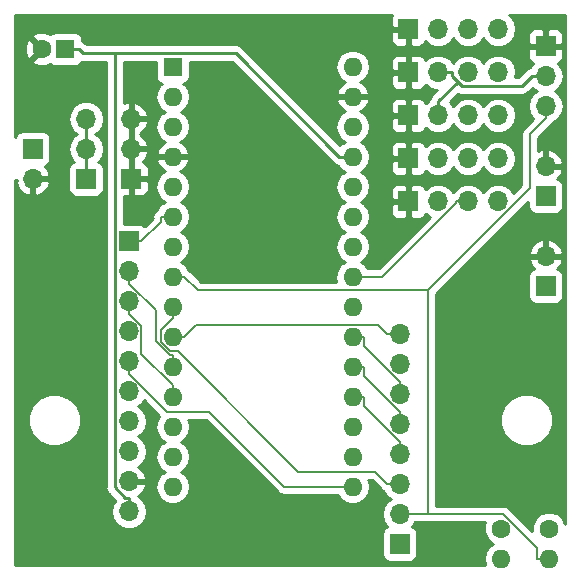
<source format=gbr>
%TF.GenerationSoftware,KiCad,Pcbnew,(5.0.1-3-g963ef8bb5)*%
%TF.CreationDate,2019-05-01T13:09:07-04:00*%
%TF.ProjectId,VHSBase,564853426173652E6B696361645F7063,rev?*%
%TF.SameCoordinates,Original*%
%TF.FileFunction,Copper,L2,Bot,Signal*%
%TF.FilePolarity,Positive*%
%FSLAX46Y46*%
G04 Gerber Fmt 4.6, Leading zero omitted, Abs format (unit mm)*
G04 Created by KiCad (PCBNEW (5.0.1-3-g963ef8bb5)) date Wednesday, May 01, 2019 at 01:09:07 pm*
%MOMM*%
%LPD*%
G01*
G04 APERTURE LIST*
%ADD10O,1.600000X1.600000*%
%ADD11R,1.600000X1.600000*%
%ADD12O,1.700000X1.700000*%
%ADD13R,1.700000X1.700000*%
%ADD14C,1.600000*%
%ADD15C,0.127000*%
%ADD16C,0.250000*%
%ADD17C,0.254000*%
G04 APERTURE END LIST*
D10*
X116215000Y-99255000D03*
X100975000Y-99255000D03*
X116215000Y-63695000D03*
X100975000Y-96715000D03*
X116215000Y-66235000D03*
X100975000Y-94175000D03*
X116215000Y-68775000D03*
X100975000Y-91635000D03*
X116215000Y-71315000D03*
X100975000Y-89095000D03*
X116215000Y-73855000D03*
X100975000Y-86555000D03*
X116215000Y-76395000D03*
X100975000Y-84015000D03*
X116215000Y-78935000D03*
X100975000Y-81475000D03*
X116215000Y-81475000D03*
X100975000Y-78935000D03*
X116215000Y-84015000D03*
X100975000Y-76395000D03*
X116215000Y-86555000D03*
X100975000Y-73855000D03*
X116215000Y-89095000D03*
X100975000Y-71315000D03*
X116215000Y-91635000D03*
X100975000Y-68775000D03*
X116215000Y-94175000D03*
X100975000Y-66235000D03*
X116215000Y-96715000D03*
D11*
X100975000Y-63695000D03*
D12*
X97282000Y-101346000D03*
X97282000Y-98806000D03*
X97282000Y-96266000D03*
X97282000Y-93726000D03*
X97282000Y-91186000D03*
X97282000Y-88646000D03*
X97282000Y-86106000D03*
X97282000Y-83566000D03*
X97282000Y-81026000D03*
D13*
X97282000Y-78486000D03*
D12*
X93646000Y-68116000D03*
X93646000Y-70656000D03*
D13*
X93646000Y-73196000D03*
D12*
X97456000Y-68116000D03*
X97456000Y-70656000D03*
D13*
X97456000Y-73196000D03*
D12*
X132558000Y-72104000D03*
D13*
X132558000Y-74644000D03*
X132558000Y-82264000D03*
D12*
X132558000Y-79724000D03*
D10*
X132844000Y-105348000D03*
D14*
X132844000Y-102808000D03*
X128780000Y-102808000D03*
D10*
X128780000Y-105348000D03*
D12*
X89136000Y-73178000D03*
D13*
X89136000Y-70638000D03*
D14*
X89886000Y-62198000D03*
D11*
X91886000Y-62198000D03*
D12*
X128541000Y-75105000D03*
X126001000Y-75105000D03*
X123461000Y-75105000D03*
D13*
X120921000Y-75105000D03*
D12*
X128541000Y-71455000D03*
X126001000Y-71455000D03*
X123461000Y-71455000D03*
D13*
X120921000Y-71455000D03*
X120921000Y-67805000D03*
D12*
X123461000Y-67805000D03*
X126001000Y-67805000D03*
X128541000Y-67805000D03*
X120200000Y-86320000D03*
X120200000Y-88860000D03*
X120200000Y-91400000D03*
X120200000Y-93940000D03*
X120200000Y-96480000D03*
X120200000Y-99020000D03*
X120200000Y-101560000D03*
D13*
X120200000Y-104100000D03*
D12*
X128541000Y-64155000D03*
X126001000Y-64155000D03*
X123461000Y-64155000D03*
D13*
X120921000Y-64155000D03*
X120921000Y-60505000D03*
D12*
X123461000Y-60505000D03*
X126001000Y-60505000D03*
X128541000Y-60505000D03*
X132558000Y-67024000D03*
X132558000Y-64484000D03*
D13*
X132558000Y-61944000D03*
D15*
X97282000Y-88646000D02*
X97282000Y-89686800D01*
X97282000Y-89686800D02*
X100500200Y-92905000D01*
X100500200Y-92905000D02*
X104087400Y-92905000D01*
X104087400Y-92905000D02*
X110437400Y-99255000D01*
X110437400Y-99255000D02*
X116215000Y-99255000D01*
D16*
X93646000Y-73196000D02*
X93646000Y-70656000D01*
X93646000Y-70656000D02*
X93646000Y-68116000D01*
D15*
X100975000Y-91635000D02*
X100975000Y-90644200D01*
X97282000Y-83566000D02*
X97282000Y-84606800D01*
X97282000Y-84606800D02*
X98322800Y-85647600D01*
X98322800Y-85647600D02*
X98322800Y-87992000D01*
X98322800Y-87992000D02*
X100975000Y-90644200D01*
D16*
X91886000Y-62198000D02*
X93011300Y-62198000D01*
X96062400Y-62554100D02*
X93367400Y-62554100D01*
X93367400Y-62554100D02*
X93011300Y-62198000D01*
X115089700Y-71315000D02*
X106328800Y-62554100D01*
X106328800Y-62554100D02*
X96062400Y-62554100D01*
X96062400Y-62554100D02*
X96062400Y-99318400D01*
X96062400Y-99318400D02*
X96914700Y-100170700D01*
X96914700Y-100170700D02*
X97282000Y-100170700D01*
X97282000Y-101346000D02*
X97282000Y-100170700D01*
X116215000Y-71315000D02*
X115089700Y-71315000D01*
X125102300Y-64988400D02*
X124636300Y-64522400D01*
X124636300Y-64522400D02*
X124636300Y-64155000D01*
X131382700Y-64484000D02*
X130536400Y-65330300D01*
X130536400Y-65330300D02*
X125444200Y-65330300D01*
X125444200Y-65330300D02*
X125102300Y-64988400D01*
X125102300Y-64988400D02*
X123461000Y-66629700D01*
X123461000Y-67805000D02*
X123461000Y-66629700D01*
X123461000Y-64155000D02*
X124636300Y-64155000D01*
X132558000Y-64484000D02*
X131382700Y-64484000D01*
D15*
X100975000Y-89095000D02*
X100975000Y-88104200D01*
X97282000Y-81026000D02*
X97282000Y-82066800D01*
X97282000Y-82066800D02*
X99533600Y-84318400D01*
X99533600Y-84318400D02*
X99533600Y-86893800D01*
X99533600Y-86893800D02*
X100744000Y-88104200D01*
X100744000Y-88104200D02*
X100975000Y-88104200D01*
X100975000Y-84015000D02*
X100975000Y-85005800D01*
X120200000Y-99020000D02*
X119159200Y-99020000D01*
X119159200Y-99020000D02*
X118118400Y-97979200D01*
X118118400Y-97979200D02*
X111586400Y-97979200D01*
X111586400Y-97979200D02*
X101395100Y-87787900D01*
X101395100Y-87787900D02*
X100796000Y-87787900D01*
X100796000Y-87787900D02*
X99983600Y-86975500D01*
X99983600Y-86975500D02*
X99983600Y-85997200D01*
X99983600Y-85997200D02*
X100975000Y-85005800D01*
X122582000Y-101560000D02*
X128983500Y-101560000D01*
X128983500Y-101560000D02*
X131853200Y-104429700D01*
X131853200Y-104429700D02*
X131853200Y-105348000D01*
X120200000Y-101560000D02*
X122582000Y-101560000D01*
X122582000Y-101560000D02*
X122582000Y-82609500D01*
X122582000Y-82609500D02*
X103100300Y-82609500D01*
X103100300Y-82609500D02*
X101965800Y-81475000D01*
X132558000Y-68064800D02*
X131208600Y-69414200D01*
X131208600Y-69414200D02*
X131208600Y-73982900D01*
X131208600Y-73982900D02*
X122582000Y-82609500D01*
X132844000Y-105348000D02*
X131853200Y-105348000D01*
X100975000Y-81475000D02*
X101965800Y-81475000D01*
X132558000Y-67024000D02*
X132558000Y-68064800D01*
X126001000Y-75105000D02*
X124960200Y-75105000D01*
X124960200Y-75105000D02*
X124960200Y-75235100D01*
X124960200Y-75235100D02*
X118720300Y-81475000D01*
X118720300Y-81475000D02*
X116215000Y-81475000D01*
X100975000Y-76395000D02*
X99984200Y-76395000D01*
X97282000Y-78486000D02*
X98322800Y-78486000D01*
X98322800Y-78486000D02*
X99984200Y-76824600D01*
X99984200Y-76824600D02*
X99984200Y-76395000D01*
X116215000Y-86555000D02*
X117205800Y-86555000D01*
X120200000Y-91400000D02*
X120200000Y-90359200D01*
X120200000Y-90359200D02*
X117205800Y-87365000D01*
X117205800Y-87365000D02*
X117205800Y-86555000D01*
X116215000Y-89095000D02*
X117205800Y-89095000D01*
X120200000Y-93940000D02*
X120200000Y-92899200D01*
X120200000Y-92899200D02*
X117205800Y-89905000D01*
X117205800Y-89905000D02*
X117205800Y-89095000D01*
X116215000Y-91635000D02*
X117205800Y-91635000D01*
X120200000Y-96480000D02*
X120200000Y-95439200D01*
X120200000Y-95439200D02*
X117205800Y-92445000D01*
X117205800Y-92445000D02*
X117205800Y-91635000D01*
X100975000Y-86555000D02*
X101965800Y-86555000D01*
X120200000Y-86320000D02*
X119159200Y-86320000D01*
X119159200Y-86320000D02*
X118382900Y-85543700D01*
X118382900Y-85543700D02*
X102977100Y-85543700D01*
X102977100Y-85543700D02*
X101965800Y-86555000D01*
D17*
G36*
X119436000Y-59528691D02*
X119436000Y-60219250D01*
X119594750Y-60378000D01*
X120794000Y-60378000D01*
X120794000Y-60358000D01*
X121048000Y-60358000D01*
X121048000Y-60378000D01*
X121068000Y-60378000D01*
X121068000Y-60632000D01*
X121048000Y-60632000D01*
X121048000Y-61831250D01*
X121206750Y-61990000D01*
X121897310Y-61990000D01*
X122130699Y-61893327D01*
X122309327Y-61714698D01*
X122375904Y-61553967D01*
X122390375Y-61575625D01*
X122881582Y-61903839D01*
X123314744Y-61990000D01*
X123607256Y-61990000D01*
X124040418Y-61903839D01*
X124531625Y-61575625D01*
X124731000Y-61277239D01*
X124930375Y-61575625D01*
X125421582Y-61903839D01*
X125854744Y-61990000D01*
X126147256Y-61990000D01*
X126580418Y-61903839D01*
X127071625Y-61575625D01*
X127271000Y-61277239D01*
X127470375Y-61575625D01*
X127961582Y-61903839D01*
X128394744Y-61990000D01*
X128687256Y-61990000D01*
X129120418Y-61903839D01*
X129611625Y-61575625D01*
X129939839Y-61084418D01*
X129963057Y-60967690D01*
X131073000Y-60967690D01*
X131073000Y-61658250D01*
X131231750Y-61817000D01*
X132431000Y-61817000D01*
X132431000Y-60617750D01*
X132685000Y-60617750D01*
X132685000Y-61817000D01*
X133884250Y-61817000D01*
X134043000Y-61658250D01*
X134043000Y-60967690D01*
X133946327Y-60734301D01*
X133767698Y-60555673D01*
X133534309Y-60459000D01*
X132843750Y-60459000D01*
X132685000Y-60617750D01*
X132431000Y-60617750D01*
X132272250Y-60459000D01*
X131581691Y-60459000D01*
X131348302Y-60555673D01*
X131169673Y-60734301D01*
X131073000Y-60967690D01*
X129963057Y-60967690D01*
X130055092Y-60505000D01*
X129939839Y-59925582D01*
X129611625Y-59434375D01*
X129425485Y-59310000D01*
X134240000Y-59310000D01*
X134240001Y-102428409D01*
X134060534Y-101995138D01*
X133656862Y-101591466D01*
X133129439Y-101373000D01*
X132558561Y-101373000D01*
X132031138Y-101591466D01*
X131627466Y-101995138D01*
X131409000Y-102522561D01*
X131409000Y-102997672D01*
X129526060Y-101114733D01*
X129487090Y-101056410D01*
X129256041Y-100902028D01*
X129052294Y-100861500D01*
X129052290Y-100861500D01*
X128983500Y-100847817D01*
X128914710Y-100861500D01*
X123280500Y-100861500D01*
X123280500Y-93155431D01*
X128715000Y-93155431D01*
X128715000Y-94044569D01*
X129055259Y-94866026D01*
X129683974Y-95494741D01*
X130505431Y-95835000D01*
X131394569Y-95835000D01*
X132216026Y-95494741D01*
X132844741Y-94866026D01*
X133185000Y-94044569D01*
X133185000Y-93155431D01*
X132844741Y-92333974D01*
X132216026Y-91705259D01*
X131394569Y-91365000D01*
X130505431Y-91365000D01*
X129683974Y-91705259D01*
X129055259Y-92333974D01*
X128715000Y-93155431D01*
X123280500Y-93155431D01*
X123280500Y-82898827D01*
X124765327Y-81414000D01*
X131060560Y-81414000D01*
X131060560Y-83114000D01*
X131109843Y-83361765D01*
X131250191Y-83571809D01*
X131460235Y-83712157D01*
X131708000Y-83761440D01*
X133408000Y-83761440D01*
X133655765Y-83712157D01*
X133865809Y-83571809D01*
X134006157Y-83361765D01*
X134055440Y-83114000D01*
X134055440Y-81414000D01*
X134006157Y-81166235D01*
X133865809Y-80956191D01*
X133655765Y-80815843D01*
X133552292Y-80795261D01*
X133829645Y-80490924D01*
X133999476Y-80080890D01*
X133878155Y-79851000D01*
X132685000Y-79851000D01*
X132685000Y-79871000D01*
X132431000Y-79871000D01*
X132431000Y-79851000D01*
X131237845Y-79851000D01*
X131116524Y-80080890D01*
X131286355Y-80490924D01*
X131563708Y-80795261D01*
X131460235Y-80815843D01*
X131250191Y-80956191D01*
X131109843Y-81166235D01*
X131060560Y-81414000D01*
X124765327Y-81414000D01*
X126812217Y-79367110D01*
X131116524Y-79367110D01*
X131237845Y-79597000D01*
X132431000Y-79597000D01*
X132431000Y-78403181D01*
X132685000Y-78403181D01*
X132685000Y-79597000D01*
X133878155Y-79597000D01*
X133999476Y-79367110D01*
X133829645Y-78957076D01*
X133439358Y-78528817D01*
X132914892Y-78282514D01*
X132685000Y-78403181D01*
X132431000Y-78403181D01*
X132201108Y-78282514D01*
X131676642Y-78528817D01*
X131286355Y-78957076D01*
X131116524Y-79367110D01*
X126812217Y-79367110D01*
X131060560Y-75118768D01*
X131060560Y-75494000D01*
X131109843Y-75741765D01*
X131250191Y-75951809D01*
X131460235Y-76092157D01*
X131708000Y-76141440D01*
X133408000Y-76141440D01*
X133655765Y-76092157D01*
X133865809Y-75951809D01*
X134006157Y-75741765D01*
X134055440Y-75494000D01*
X134055440Y-73794000D01*
X134006157Y-73546235D01*
X133865809Y-73336191D01*
X133655765Y-73195843D01*
X133552292Y-73175261D01*
X133829645Y-72870924D01*
X133999476Y-72460890D01*
X133878155Y-72231000D01*
X132685000Y-72231000D01*
X132685000Y-72251000D01*
X132431000Y-72251000D01*
X132431000Y-72231000D01*
X132411000Y-72231000D01*
X132411000Y-71977000D01*
X132431000Y-71977000D01*
X132431000Y-70783181D01*
X132685000Y-70783181D01*
X132685000Y-71977000D01*
X133878155Y-71977000D01*
X133999476Y-71747110D01*
X133829645Y-71337076D01*
X133439358Y-70908817D01*
X132914892Y-70662514D01*
X132685000Y-70783181D01*
X132431000Y-70783181D01*
X132201108Y-70662514D01*
X131907100Y-70800588D01*
X131907100Y-69703527D01*
X133003269Y-68607359D01*
X133061590Y-68568390D01*
X133176126Y-68396975D01*
X133628625Y-68094625D01*
X133956839Y-67603418D01*
X134072092Y-67024000D01*
X133956839Y-66444582D01*
X133628625Y-65953375D01*
X133330239Y-65754000D01*
X133628625Y-65554625D01*
X133956839Y-65063418D01*
X134072092Y-64484000D01*
X133956839Y-63904582D01*
X133628625Y-63413375D01*
X133606967Y-63398904D01*
X133767698Y-63332327D01*
X133946327Y-63153699D01*
X134043000Y-62920310D01*
X134043000Y-62229750D01*
X133884250Y-62071000D01*
X132685000Y-62071000D01*
X132685000Y-62091000D01*
X132431000Y-62091000D01*
X132431000Y-62071000D01*
X131231750Y-62071000D01*
X131073000Y-62229750D01*
X131073000Y-62920310D01*
X131169673Y-63153699D01*
X131348302Y-63332327D01*
X131509033Y-63398904D01*
X131487375Y-63413375D01*
X131275526Y-63730429D01*
X131086163Y-63768096D01*
X130834771Y-63936071D01*
X130792371Y-63999527D01*
X130221599Y-64570300D01*
X129972484Y-64570300D01*
X130055092Y-64155000D01*
X129939839Y-63575582D01*
X129611625Y-63084375D01*
X129120418Y-62756161D01*
X128687256Y-62670000D01*
X128394744Y-62670000D01*
X127961582Y-62756161D01*
X127470375Y-63084375D01*
X127271000Y-63382761D01*
X127071625Y-63084375D01*
X126580418Y-62756161D01*
X126147256Y-62670000D01*
X125854744Y-62670000D01*
X125421582Y-62756161D01*
X124930375Y-63084375D01*
X124731000Y-63382761D01*
X124531625Y-63084375D01*
X124040418Y-62756161D01*
X123607256Y-62670000D01*
X123314744Y-62670000D01*
X122881582Y-62756161D01*
X122390375Y-63084375D01*
X122375904Y-63106033D01*
X122309327Y-62945302D01*
X122130699Y-62766673D01*
X121897310Y-62670000D01*
X121206750Y-62670000D01*
X121048000Y-62828750D01*
X121048000Y-64028000D01*
X121068000Y-64028000D01*
X121068000Y-64282000D01*
X121048000Y-64282000D01*
X121048000Y-65481250D01*
X121206750Y-65640000D01*
X121897310Y-65640000D01*
X122130699Y-65543327D01*
X122309327Y-65364698D01*
X122375904Y-65203967D01*
X122390375Y-65225625D01*
X122881582Y-65553839D01*
X123314744Y-65640000D01*
X123375899Y-65640000D01*
X122976528Y-66039371D01*
X122913072Y-66081771D01*
X122870672Y-66145227D01*
X122870671Y-66145228D01*
X122745097Y-66333163D01*
X122707430Y-66522525D01*
X122390375Y-66734375D01*
X122375904Y-66756033D01*
X122309327Y-66595302D01*
X122130699Y-66416673D01*
X121897310Y-66320000D01*
X121206750Y-66320000D01*
X121048000Y-66478750D01*
X121048000Y-67678000D01*
X121068000Y-67678000D01*
X121068000Y-67932000D01*
X121048000Y-67932000D01*
X121048000Y-69131250D01*
X121206750Y-69290000D01*
X121897310Y-69290000D01*
X122130699Y-69193327D01*
X122309327Y-69014698D01*
X122375904Y-68853967D01*
X122390375Y-68875625D01*
X122881582Y-69203839D01*
X123314744Y-69290000D01*
X123607256Y-69290000D01*
X124040418Y-69203839D01*
X124531625Y-68875625D01*
X124731000Y-68577239D01*
X124930375Y-68875625D01*
X125421582Y-69203839D01*
X125854744Y-69290000D01*
X126147256Y-69290000D01*
X126580418Y-69203839D01*
X127071625Y-68875625D01*
X127271000Y-68577239D01*
X127470375Y-68875625D01*
X127961582Y-69203839D01*
X128394744Y-69290000D01*
X128687256Y-69290000D01*
X129120418Y-69203839D01*
X129611625Y-68875625D01*
X129939839Y-68384418D01*
X130055092Y-67805000D01*
X129939839Y-67225582D01*
X129611625Y-66734375D01*
X129120418Y-66406161D01*
X128687256Y-66320000D01*
X128394744Y-66320000D01*
X127961582Y-66406161D01*
X127470375Y-66734375D01*
X127271000Y-67032761D01*
X127071625Y-66734375D01*
X126580418Y-66406161D01*
X126147256Y-66320000D01*
X125854744Y-66320000D01*
X125421582Y-66406161D01*
X124930375Y-66734375D01*
X124731000Y-67032761D01*
X124531625Y-66734375D01*
X124471380Y-66694121D01*
X125130659Y-66034842D01*
X125147663Y-66046204D01*
X125369348Y-66090300D01*
X125369352Y-66090300D01*
X125444200Y-66105188D01*
X125519048Y-66090300D01*
X130461553Y-66090300D01*
X130536400Y-66105188D01*
X130611247Y-66090300D01*
X130611252Y-66090300D01*
X130832937Y-66046204D01*
X131084329Y-65878229D01*
X131126731Y-65814770D01*
X131447121Y-65494381D01*
X131487375Y-65554625D01*
X131785761Y-65754000D01*
X131487375Y-65953375D01*
X131159161Y-66444582D01*
X131043908Y-67024000D01*
X131159161Y-67603418D01*
X131487375Y-68094625D01*
X131519130Y-68115843D01*
X130763331Y-68871642D01*
X130705010Y-68910611D01*
X130550628Y-69141660D01*
X130510100Y-69345407D01*
X130510100Y-69345410D01*
X130496417Y-69414200D01*
X130510100Y-69482990D01*
X130510101Y-73693571D01*
X129834997Y-74368675D01*
X129611625Y-74034375D01*
X129120418Y-73706161D01*
X128687256Y-73620000D01*
X128394744Y-73620000D01*
X127961582Y-73706161D01*
X127470375Y-74034375D01*
X127271000Y-74332761D01*
X127071625Y-74034375D01*
X126580418Y-73706161D01*
X126147256Y-73620000D01*
X125854744Y-73620000D01*
X125421582Y-73706161D01*
X124930375Y-74034375D01*
X124731000Y-74332761D01*
X124531625Y-74034375D01*
X124040418Y-73706161D01*
X123607256Y-73620000D01*
X123314744Y-73620000D01*
X122881582Y-73706161D01*
X122390375Y-74034375D01*
X122375904Y-74056033D01*
X122309327Y-73895302D01*
X122130699Y-73716673D01*
X121897310Y-73620000D01*
X121206750Y-73620000D01*
X121048000Y-73778750D01*
X121048000Y-74978000D01*
X121068000Y-74978000D01*
X121068000Y-75232000D01*
X121048000Y-75232000D01*
X121048000Y-76431250D01*
X121206750Y-76590000D01*
X121897310Y-76590000D01*
X122130699Y-76493327D01*
X122309327Y-76314698D01*
X122375904Y-76153967D01*
X122390375Y-76175625D01*
X122774910Y-76432563D01*
X118430973Y-80776500D01*
X117474136Y-80776500D01*
X117249577Y-80440423D01*
X116897242Y-80205000D01*
X117249577Y-79969577D01*
X117566740Y-79494909D01*
X117678113Y-78935000D01*
X117566740Y-78375091D01*
X117249577Y-77900423D01*
X116897242Y-77665000D01*
X117249577Y-77429577D01*
X117566740Y-76954909D01*
X117678113Y-76395000D01*
X117566740Y-75835091D01*
X117269841Y-75390750D01*
X119436000Y-75390750D01*
X119436000Y-76081309D01*
X119532673Y-76314698D01*
X119711301Y-76493327D01*
X119944690Y-76590000D01*
X120635250Y-76590000D01*
X120794000Y-76431250D01*
X120794000Y-75232000D01*
X119594750Y-75232000D01*
X119436000Y-75390750D01*
X117269841Y-75390750D01*
X117249577Y-75360423D01*
X116897242Y-75125000D01*
X117249577Y-74889577D01*
X117566740Y-74414909D01*
X117623672Y-74128691D01*
X119436000Y-74128691D01*
X119436000Y-74819250D01*
X119594750Y-74978000D01*
X120794000Y-74978000D01*
X120794000Y-73778750D01*
X120635250Y-73620000D01*
X119944690Y-73620000D01*
X119711301Y-73716673D01*
X119532673Y-73895302D01*
X119436000Y-74128691D01*
X117623672Y-74128691D01*
X117678113Y-73855000D01*
X117566740Y-73295091D01*
X117249577Y-72820423D01*
X116897242Y-72585000D01*
X117249577Y-72349577D01*
X117566740Y-71874909D01*
X117593425Y-71740750D01*
X119436000Y-71740750D01*
X119436000Y-72431309D01*
X119532673Y-72664698D01*
X119711301Y-72843327D01*
X119944690Y-72940000D01*
X120635250Y-72940000D01*
X120794000Y-72781250D01*
X120794000Y-71582000D01*
X119594750Y-71582000D01*
X119436000Y-71740750D01*
X117593425Y-71740750D01*
X117678113Y-71315000D01*
X117566740Y-70755091D01*
X117382056Y-70478691D01*
X119436000Y-70478691D01*
X119436000Y-71169250D01*
X119594750Y-71328000D01*
X120794000Y-71328000D01*
X120794000Y-70128750D01*
X121048000Y-70128750D01*
X121048000Y-71328000D01*
X121068000Y-71328000D01*
X121068000Y-71582000D01*
X121048000Y-71582000D01*
X121048000Y-72781250D01*
X121206750Y-72940000D01*
X121897310Y-72940000D01*
X122130699Y-72843327D01*
X122309327Y-72664698D01*
X122375904Y-72503967D01*
X122390375Y-72525625D01*
X122881582Y-72853839D01*
X123314744Y-72940000D01*
X123607256Y-72940000D01*
X124040418Y-72853839D01*
X124531625Y-72525625D01*
X124731000Y-72227239D01*
X124930375Y-72525625D01*
X125421582Y-72853839D01*
X125854744Y-72940000D01*
X126147256Y-72940000D01*
X126580418Y-72853839D01*
X127071625Y-72525625D01*
X127271000Y-72227239D01*
X127470375Y-72525625D01*
X127961582Y-72853839D01*
X128394744Y-72940000D01*
X128687256Y-72940000D01*
X129120418Y-72853839D01*
X129611625Y-72525625D01*
X129939839Y-72034418D01*
X130055092Y-71455000D01*
X129939839Y-70875582D01*
X129611625Y-70384375D01*
X129120418Y-70056161D01*
X128687256Y-69970000D01*
X128394744Y-69970000D01*
X127961582Y-70056161D01*
X127470375Y-70384375D01*
X127271000Y-70682761D01*
X127071625Y-70384375D01*
X126580418Y-70056161D01*
X126147256Y-69970000D01*
X125854744Y-69970000D01*
X125421582Y-70056161D01*
X124930375Y-70384375D01*
X124731000Y-70682761D01*
X124531625Y-70384375D01*
X124040418Y-70056161D01*
X123607256Y-69970000D01*
X123314744Y-69970000D01*
X122881582Y-70056161D01*
X122390375Y-70384375D01*
X122375904Y-70406033D01*
X122309327Y-70245302D01*
X122130699Y-70066673D01*
X121897310Y-69970000D01*
X121206750Y-69970000D01*
X121048000Y-70128750D01*
X120794000Y-70128750D01*
X120635250Y-69970000D01*
X119944690Y-69970000D01*
X119711301Y-70066673D01*
X119532673Y-70245302D01*
X119436000Y-70478691D01*
X117382056Y-70478691D01*
X117249577Y-70280423D01*
X116897242Y-70045000D01*
X117249577Y-69809577D01*
X117566740Y-69334909D01*
X117678113Y-68775000D01*
X117566740Y-68215091D01*
X117483659Y-68090750D01*
X119436000Y-68090750D01*
X119436000Y-68781309D01*
X119532673Y-69014698D01*
X119711301Y-69193327D01*
X119944690Y-69290000D01*
X120635250Y-69290000D01*
X120794000Y-69131250D01*
X120794000Y-67932000D01*
X119594750Y-67932000D01*
X119436000Y-68090750D01*
X117483659Y-68090750D01*
X117249577Y-67740423D01*
X116865892Y-67484053D01*
X117070134Y-67387389D01*
X117446041Y-66972423D01*
X117505572Y-66828691D01*
X119436000Y-66828691D01*
X119436000Y-67519250D01*
X119594750Y-67678000D01*
X120794000Y-67678000D01*
X120794000Y-66478750D01*
X120635250Y-66320000D01*
X119944690Y-66320000D01*
X119711301Y-66416673D01*
X119532673Y-66595302D01*
X119436000Y-66828691D01*
X117505572Y-66828691D01*
X117606904Y-66584039D01*
X117484915Y-66362000D01*
X116342000Y-66362000D01*
X116342000Y-66382000D01*
X116088000Y-66382000D01*
X116088000Y-66362000D01*
X114945085Y-66362000D01*
X114823096Y-66584039D01*
X114983959Y-66972423D01*
X115359866Y-67387389D01*
X115564108Y-67484053D01*
X115180423Y-67740423D01*
X114863260Y-68215091D01*
X114751887Y-68775000D01*
X114863260Y-69334909D01*
X115180423Y-69809577D01*
X115532758Y-70045000D01*
X115180423Y-70280423D01*
X115160196Y-70310694D01*
X108544502Y-63695000D01*
X114751887Y-63695000D01*
X114863260Y-64254909D01*
X115180423Y-64729577D01*
X115564108Y-64985947D01*
X115359866Y-65082611D01*
X114983959Y-65497577D01*
X114823096Y-65885961D01*
X114945085Y-66108000D01*
X116088000Y-66108000D01*
X116088000Y-66088000D01*
X116342000Y-66088000D01*
X116342000Y-66108000D01*
X117484915Y-66108000D01*
X117606904Y-65885961D01*
X117446041Y-65497577D01*
X117070134Y-65082611D01*
X116865892Y-64985947D01*
X117249577Y-64729577D01*
X117442565Y-64440750D01*
X119436000Y-64440750D01*
X119436000Y-65131309D01*
X119532673Y-65364698D01*
X119711301Y-65543327D01*
X119944690Y-65640000D01*
X120635250Y-65640000D01*
X120794000Y-65481250D01*
X120794000Y-64282000D01*
X119594750Y-64282000D01*
X119436000Y-64440750D01*
X117442565Y-64440750D01*
X117566740Y-64254909D01*
X117678113Y-63695000D01*
X117575413Y-63178691D01*
X119436000Y-63178691D01*
X119436000Y-63869250D01*
X119594750Y-64028000D01*
X120794000Y-64028000D01*
X120794000Y-62828750D01*
X120635250Y-62670000D01*
X119944690Y-62670000D01*
X119711301Y-62766673D01*
X119532673Y-62945302D01*
X119436000Y-63178691D01*
X117575413Y-63178691D01*
X117566740Y-63135091D01*
X117249577Y-62660423D01*
X116774909Y-62343260D01*
X116356333Y-62260000D01*
X116073667Y-62260000D01*
X115655091Y-62343260D01*
X115180423Y-62660423D01*
X114863260Y-63135091D01*
X114751887Y-63695000D01*
X108544502Y-63695000D01*
X106919131Y-62069630D01*
X106876729Y-62006171D01*
X106625337Y-61838196D01*
X106403652Y-61794100D01*
X106403647Y-61794100D01*
X106328800Y-61779212D01*
X106253953Y-61794100D01*
X96137252Y-61794100D01*
X96062400Y-61779211D01*
X95987548Y-61794100D01*
X93682201Y-61794100D01*
X93601631Y-61713529D01*
X93559229Y-61650071D01*
X93333440Y-61499203D01*
X93333440Y-61398000D01*
X93284157Y-61150235D01*
X93143809Y-60940191D01*
X92933765Y-60799843D01*
X92888051Y-60790750D01*
X119436000Y-60790750D01*
X119436000Y-61481309D01*
X119532673Y-61714698D01*
X119711301Y-61893327D01*
X119944690Y-61990000D01*
X120635250Y-61990000D01*
X120794000Y-61831250D01*
X120794000Y-60632000D01*
X119594750Y-60632000D01*
X119436000Y-60790750D01*
X92888051Y-60790750D01*
X92686000Y-60750560D01*
X91086000Y-60750560D01*
X90838235Y-60799843D01*
X90628484Y-60939995D01*
X90102777Y-60751035D01*
X89532546Y-60778222D01*
X89131995Y-60944136D01*
X89057861Y-61190255D01*
X89886000Y-62018395D01*
X89900142Y-62004252D01*
X90079748Y-62183858D01*
X90065605Y-62198000D01*
X90079748Y-62212143D01*
X89900142Y-62391748D01*
X89886000Y-62377605D01*
X89057861Y-63205745D01*
X89131995Y-63451864D01*
X89669223Y-63644965D01*
X90239454Y-63617778D01*
X90629067Y-63456395D01*
X90838235Y-63596157D01*
X91086000Y-63645440D01*
X92686000Y-63645440D01*
X92933765Y-63596157D01*
X93143809Y-63455809D01*
X93244838Y-63304610D01*
X93292548Y-63314100D01*
X93292552Y-63314100D01*
X93367399Y-63328988D01*
X93442246Y-63314100D01*
X95302400Y-63314100D01*
X95302401Y-99243548D01*
X95287512Y-99318400D01*
X95346497Y-99614937D01*
X95468521Y-99797558D01*
X95514472Y-99866329D01*
X95577928Y-99908729D01*
X96104509Y-100435311D01*
X95883161Y-100766582D01*
X95767908Y-101346000D01*
X95883161Y-101925418D01*
X96211375Y-102416625D01*
X96702582Y-102744839D01*
X97135744Y-102831000D01*
X97428256Y-102831000D01*
X97861418Y-102744839D01*
X98352625Y-102416625D01*
X98680839Y-101925418D01*
X98796092Y-101346000D01*
X98680839Y-100766582D01*
X98352625Y-100275375D01*
X98035571Y-100063526D01*
X98035147Y-100061394D01*
X98163358Y-100001183D01*
X98553645Y-99572924D01*
X98723476Y-99162890D01*
X98602155Y-98933000D01*
X97409000Y-98933000D01*
X97409000Y-98953000D01*
X97155000Y-98953000D01*
X97155000Y-98933000D01*
X97135000Y-98933000D01*
X97135000Y-98679000D01*
X97155000Y-98679000D01*
X97155000Y-98659000D01*
X97409000Y-98659000D01*
X97409000Y-98679000D01*
X98602155Y-98679000D01*
X98723476Y-98449110D01*
X98553645Y-98039076D01*
X98163358Y-97610817D01*
X98033522Y-97549843D01*
X98352625Y-97336625D01*
X98680839Y-96845418D01*
X98796092Y-96266000D01*
X98680839Y-95686582D01*
X98352625Y-95195375D01*
X98054239Y-94996000D01*
X98352625Y-94796625D01*
X98680839Y-94305418D01*
X98796092Y-93726000D01*
X98680839Y-93146582D01*
X98352625Y-92655375D01*
X98054239Y-92456000D01*
X98352625Y-92256625D01*
X98557452Y-91950080D01*
X99863267Y-93255895D01*
X99623260Y-93615091D01*
X99511887Y-94175000D01*
X99623260Y-94734909D01*
X99940423Y-95209577D01*
X100292758Y-95445000D01*
X99940423Y-95680423D01*
X99623260Y-96155091D01*
X99511887Y-96715000D01*
X99623260Y-97274909D01*
X99940423Y-97749577D01*
X100292758Y-97985000D01*
X99940423Y-98220423D01*
X99623260Y-98695091D01*
X99511887Y-99255000D01*
X99623260Y-99814909D01*
X99940423Y-100289577D01*
X100415091Y-100606740D01*
X100833667Y-100690000D01*
X101116333Y-100690000D01*
X101534909Y-100606740D01*
X102009577Y-100289577D01*
X102326740Y-99814909D01*
X102438113Y-99255000D01*
X102326740Y-98695091D01*
X102009577Y-98220423D01*
X101657242Y-97985000D01*
X102009577Y-97749577D01*
X102326740Y-97274909D01*
X102438113Y-96715000D01*
X102326740Y-96155091D01*
X102009577Y-95680423D01*
X101657242Y-95445000D01*
X102009577Y-95209577D01*
X102326740Y-94734909D01*
X102438113Y-94175000D01*
X102326740Y-93615091D01*
X102318995Y-93603500D01*
X103798073Y-93603500D01*
X109894841Y-99700269D01*
X109933810Y-99758590D01*
X110164859Y-99912972D01*
X110368606Y-99953500D01*
X110368610Y-99953500D01*
X110437399Y-99967183D01*
X110506188Y-99953500D01*
X114955864Y-99953500D01*
X115180423Y-100289577D01*
X115655091Y-100606740D01*
X116073667Y-100690000D01*
X116356333Y-100690000D01*
X116774909Y-100606740D01*
X117249577Y-100289577D01*
X117566740Y-99814909D01*
X117678113Y-99255000D01*
X117566740Y-98695091D01*
X117555120Y-98677700D01*
X117829073Y-98677700D01*
X118616641Y-99465269D01*
X118655610Y-99523590D01*
X118827025Y-99638126D01*
X119129375Y-100090625D01*
X119427761Y-100290000D01*
X119129375Y-100489375D01*
X118801161Y-100980582D01*
X118685908Y-101560000D01*
X118801161Y-102139418D01*
X119129375Y-102630625D01*
X119147619Y-102642816D01*
X119102235Y-102651843D01*
X118892191Y-102792191D01*
X118751843Y-103002235D01*
X118702560Y-103250000D01*
X118702560Y-104950000D01*
X118751843Y-105197765D01*
X118892191Y-105407809D01*
X119102235Y-105548157D01*
X119350000Y-105597440D01*
X121050000Y-105597440D01*
X121297765Y-105548157D01*
X121507809Y-105407809D01*
X121648157Y-105197765D01*
X121697440Y-104950000D01*
X121697440Y-103250000D01*
X121648157Y-103002235D01*
X121507809Y-102792191D01*
X121297765Y-102651843D01*
X121252381Y-102642816D01*
X121270625Y-102630625D01*
X121519271Y-102258500D01*
X122513206Y-102258500D01*
X122582000Y-102272184D01*
X122650794Y-102258500D01*
X127454378Y-102258500D01*
X127345000Y-102522561D01*
X127345000Y-103093439D01*
X127563466Y-103620862D01*
X127967138Y-104024534D01*
X128097168Y-104078394D01*
X127745423Y-104313423D01*
X127428260Y-104788091D01*
X127316887Y-105348000D01*
X127424698Y-105890000D01*
X87660000Y-105890000D01*
X87660000Y-93155431D01*
X88715000Y-93155431D01*
X88715000Y-94044569D01*
X89055259Y-94866026D01*
X89683974Y-95494741D01*
X90505431Y-95835000D01*
X91394569Y-95835000D01*
X92216026Y-95494741D01*
X92844741Y-94866026D01*
X93185000Y-94044569D01*
X93185000Y-93155431D01*
X92844741Y-92333974D01*
X92216026Y-91705259D01*
X91394569Y-91365000D01*
X90505431Y-91365000D01*
X89683974Y-91705259D01*
X89055259Y-92333974D01*
X88715000Y-93155431D01*
X87660000Y-93155431D01*
X87660000Y-73305002D01*
X87815844Y-73305002D01*
X87694524Y-73534890D01*
X87864355Y-73944924D01*
X88254642Y-74373183D01*
X88779108Y-74619486D01*
X89009000Y-74498819D01*
X89009000Y-73305000D01*
X89263000Y-73305000D01*
X89263000Y-74498819D01*
X89492892Y-74619486D01*
X90017358Y-74373183D01*
X90407645Y-73944924D01*
X90577476Y-73534890D01*
X90456155Y-73305000D01*
X89263000Y-73305000D01*
X89009000Y-73305000D01*
X88989000Y-73305000D01*
X88989000Y-73051000D01*
X89009000Y-73051000D01*
X89009000Y-73031000D01*
X89263000Y-73031000D01*
X89263000Y-73051000D01*
X90456155Y-73051000D01*
X90577476Y-72821110D01*
X90407645Y-72411076D01*
X90130292Y-72106739D01*
X90233765Y-72086157D01*
X90443809Y-71945809D01*
X90584157Y-71735765D01*
X90633440Y-71488000D01*
X90633440Y-69788000D01*
X90584157Y-69540235D01*
X90443809Y-69330191D01*
X90233765Y-69189843D01*
X89986000Y-69140560D01*
X88286000Y-69140560D01*
X88038235Y-69189843D01*
X87828191Y-69330191D01*
X87687843Y-69540235D01*
X87660000Y-69680213D01*
X87660000Y-68116000D01*
X92131908Y-68116000D01*
X92247161Y-68695418D01*
X92575375Y-69186625D01*
X92873761Y-69386000D01*
X92575375Y-69585375D01*
X92247161Y-70076582D01*
X92131908Y-70656000D01*
X92247161Y-71235418D01*
X92575375Y-71726625D01*
X92593619Y-71738816D01*
X92548235Y-71747843D01*
X92338191Y-71888191D01*
X92197843Y-72098235D01*
X92148560Y-72346000D01*
X92148560Y-74046000D01*
X92197843Y-74293765D01*
X92338191Y-74503809D01*
X92548235Y-74644157D01*
X92796000Y-74693440D01*
X94496000Y-74693440D01*
X94743765Y-74644157D01*
X94953809Y-74503809D01*
X95094157Y-74293765D01*
X95143440Y-74046000D01*
X95143440Y-72346000D01*
X95094157Y-72098235D01*
X94953809Y-71888191D01*
X94743765Y-71747843D01*
X94698381Y-71738816D01*
X94716625Y-71726625D01*
X95044839Y-71235418D01*
X95160092Y-70656000D01*
X95044839Y-70076582D01*
X94716625Y-69585375D01*
X94418239Y-69386000D01*
X94716625Y-69186625D01*
X95044839Y-68695418D01*
X95160092Y-68116000D01*
X95044839Y-67536582D01*
X94716625Y-67045375D01*
X94225418Y-66717161D01*
X93792256Y-66631000D01*
X93499744Y-66631000D01*
X93066582Y-66717161D01*
X92575375Y-67045375D01*
X92247161Y-67536582D01*
X92131908Y-68116000D01*
X87660000Y-68116000D01*
X87660000Y-61981223D01*
X88439035Y-61981223D01*
X88466222Y-62551454D01*
X88632136Y-62952005D01*
X88878255Y-63026139D01*
X89706395Y-62198000D01*
X88878255Y-61369861D01*
X88632136Y-61443995D01*
X88439035Y-61981223D01*
X87660000Y-61981223D01*
X87660000Y-59310000D01*
X119526585Y-59310000D01*
X119436000Y-59528691D01*
X119436000Y-59528691D01*
G37*
X119436000Y-59528691D02*
X119436000Y-60219250D01*
X119594750Y-60378000D01*
X120794000Y-60378000D01*
X120794000Y-60358000D01*
X121048000Y-60358000D01*
X121048000Y-60378000D01*
X121068000Y-60378000D01*
X121068000Y-60632000D01*
X121048000Y-60632000D01*
X121048000Y-61831250D01*
X121206750Y-61990000D01*
X121897310Y-61990000D01*
X122130699Y-61893327D01*
X122309327Y-61714698D01*
X122375904Y-61553967D01*
X122390375Y-61575625D01*
X122881582Y-61903839D01*
X123314744Y-61990000D01*
X123607256Y-61990000D01*
X124040418Y-61903839D01*
X124531625Y-61575625D01*
X124731000Y-61277239D01*
X124930375Y-61575625D01*
X125421582Y-61903839D01*
X125854744Y-61990000D01*
X126147256Y-61990000D01*
X126580418Y-61903839D01*
X127071625Y-61575625D01*
X127271000Y-61277239D01*
X127470375Y-61575625D01*
X127961582Y-61903839D01*
X128394744Y-61990000D01*
X128687256Y-61990000D01*
X129120418Y-61903839D01*
X129611625Y-61575625D01*
X129939839Y-61084418D01*
X129963057Y-60967690D01*
X131073000Y-60967690D01*
X131073000Y-61658250D01*
X131231750Y-61817000D01*
X132431000Y-61817000D01*
X132431000Y-60617750D01*
X132685000Y-60617750D01*
X132685000Y-61817000D01*
X133884250Y-61817000D01*
X134043000Y-61658250D01*
X134043000Y-60967690D01*
X133946327Y-60734301D01*
X133767698Y-60555673D01*
X133534309Y-60459000D01*
X132843750Y-60459000D01*
X132685000Y-60617750D01*
X132431000Y-60617750D01*
X132272250Y-60459000D01*
X131581691Y-60459000D01*
X131348302Y-60555673D01*
X131169673Y-60734301D01*
X131073000Y-60967690D01*
X129963057Y-60967690D01*
X130055092Y-60505000D01*
X129939839Y-59925582D01*
X129611625Y-59434375D01*
X129425485Y-59310000D01*
X134240000Y-59310000D01*
X134240001Y-102428409D01*
X134060534Y-101995138D01*
X133656862Y-101591466D01*
X133129439Y-101373000D01*
X132558561Y-101373000D01*
X132031138Y-101591466D01*
X131627466Y-101995138D01*
X131409000Y-102522561D01*
X131409000Y-102997672D01*
X129526060Y-101114733D01*
X129487090Y-101056410D01*
X129256041Y-100902028D01*
X129052294Y-100861500D01*
X129052290Y-100861500D01*
X128983500Y-100847817D01*
X128914710Y-100861500D01*
X123280500Y-100861500D01*
X123280500Y-93155431D01*
X128715000Y-93155431D01*
X128715000Y-94044569D01*
X129055259Y-94866026D01*
X129683974Y-95494741D01*
X130505431Y-95835000D01*
X131394569Y-95835000D01*
X132216026Y-95494741D01*
X132844741Y-94866026D01*
X133185000Y-94044569D01*
X133185000Y-93155431D01*
X132844741Y-92333974D01*
X132216026Y-91705259D01*
X131394569Y-91365000D01*
X130505431Y-91365000D01*
X129683974Y-91705259D01*
X129055259Y-92333974D01*
X128715000Y-93155431D01*
X123280500Y-93155431D01*
X123280500Y-82898827D01*
X124765327Y-81414000D01*
X131060560Y-81414000D01*
X131060560Y-83114000D01*
X131109843Y-83361765D01*
X131250191Y-83571809D01*
X131460235Y-83712157D01*
X131708000Y-83761440D01*
X133408000Y-83761440D01*
X133655765Y-83712157D01*
X133865809Y-83571809D01*
X134006157Y-83361765D01*
X134055440Y-83114000D01*
X134055440Y-81414000D01*
X134006157Y-81166235D01*
X133865809Y-80956191D01*
X133655765Y-80815843D01*
X133552292Y-80795261D01*
X133829645Y-80490924D01*
X133999476Y-80080890D01*
X133878155Y-79851000D01*
X132685000Y-79851000D01*
X132685000Y-79871000D01*
X132431000Y-79871000D01*
X132431000Y-79851000D01*
X131237845Y-79851000D01*
X131116524Y-80080890D01*
X131286355Y-80490924D01*
X131563708Y-80795261D01*
X131460235Y-80815843D01*
X131250191Y-80956191D01*
X131109843Y-81166235D01*
X131060560Y-81414000D01*
X124765327Y-81414000D01*
X126812217Y-79367110D01*
X131116524Y-79367110D01*
X131237845Y-79597000D01*
X132431000Y-79597000D01*
X132431000Y-78403181D01*
X132685000Y-78403181D01*
X132685000Y-79597000D01*
X133878155Y-79597000D01*
X133999476Y-79367110D01*
X133829645Y-78957076D01*
X133439358Y-78528817D01*
X132914892Y-78282514D01*
X132685000Y-78403181D01*
X132431000Y-78403181D01*
X132201108Y-78282514D01*
X131676642Y-78528817D01*
X131286355Y-78957076D01*
X131116524Y-79367110D01*
X126812217Y-79367110D01*
X131060560Y-75118768D01*
X131060560Y-75494000D01*
X131109843Y-75741765D01*
X131250191Y-75951809D01*
X131460235Y-76092157D01*
X131708000Y-76141440D01*
X133408000Y-76141440D01*
X133655765Y-76092157D01*
X133865809Y-75951809D01*
X134006157Y-75741765D01*
X134055440Y-75494000D01*
X134055440Y-73794000D01*
X134006157Y-73546235D01*
X133865809Y-73336191D01*
X133655765Y-73195843D01*
X133552292Y-73175261D01*
X133829645Y-72870924D01*
X133999476Y-72460890D01*
X133878155Y-72231000D01*
X132685000Y-72231000D01*
X132685000Y-72251000D01*
X132431000Y-72251000D01*
X132431000Y-72231000D01*
X132411000Y-72231000D01*
X132411000Y-71977000D01*
X132431000Y-71977000D01*
X132431000Y-70783181D01*
X132685000Y-70783181D01*
X132685000Y-71977000D01*
X133878155Y-71977000D01*
X133999476Y-71747110D01*
X133829645Y-71337076D01*
X133439358Y-70908817D01*
X132914892Y-70662514D01*
X132685000Y-70783181D01*
X132431000Y-70783181D01*
X132201108Y-70662514D01*
X131907100Y-70800588D01*
X131907100Y-69703527D01*
X133003269Y-68607359D01*
X133061590Y-68568390D01*
X133176126Y-68396975D01*
X133628625Y-68094625D01*
X133956839Y-67603418D01*
X134072092Y-67024000D01*
X133956839Y-66444582D01*
X133628625Y-65953375D01*
X133330239Y-65754000D01*
X133628625Y-65554625D01*
X133956839Y-65063418D01*
X134072092Y-64484000D01*
X133956839Y-63904582D01*
X133628625Y-63413375D01*
X133606967Y-63398904D01*
X133767698Y-63332327D01*
X133946327Y-63153699D01*
X134043000Y-62920310D01*
X134043000Y-62229750D01*
X133884250Y-62071000D01*
X132685000Y-62071000D01*
X132685000Y-62091000D01*
X132431000Y-62091000D01*
X132431000Y-62071000D01*
X131231750Y-62071000D01*
X131073000Y-62229750D01*
X131073000Y-62920310D01*
X131169673Y-63153699D01*
X131348302Y-63332327D01*
X131509033Y-63398904D01*
X131487375Y-63413375D01*
X131275526Y-63730429D01*
X131086163Y-63768096D01*
X130834771Y-63936071D01*
X130792371Y-63999527D01*
X130221599Y-64570300D01*
X129972484Y-64570300D01*
X130055092Y-64155000D01*
X129939839Y-63575582D01*
X129611625Y-63084375D01*
X129120418Y-62756161D01*
X128687256Y-62670000D01*
X128394744Y-62670000D01*
X127961582Y-62756161D01*
X127470375Y-63084375D01*
X127271000Y-63382761D01*
X127071625Y-63084375D01*
X126580418Y-62756161D01*
X126147256Y-62670000D01*
X125854744Y-62670000D01*
X125421582Y-62756161D01*
X124930375Y-63084375D01*
X124731000Y-63382761D01*
X124531625Y-63084375D01*
X124040418Y-62756161D01*
X123607256Y-62670000D01*
X123314744Y-62670000D01*
X122881582Y-62756161D01*
X122390375Y-63084375D01*
X122375904Y-63106033D01*
X122309327Y-62945302D01*
X122130699Y-62766673D01*
X121897310Y-62670000D01*
X121206750Y-62670000D01*
X121048000Y-62828750D01*
X121048000Y-64028000D01*
X121068000Y-64028000D01*
X121068000Y-64282000D01*
X121048000Y-64282000D01*
X121048000Y-65481250D01*
X121206750Y-65640000D01*
X121897310Y-65640000D01*
X122130699Y-65543327D01*
X122309327Y-65364698D01*
X122375904Y-65203967D01*
X122390375Y-65225625D01*
X122881582Y-65553839D01*
X123314744Y-65640000D01*
X123375899Y-65640000D01*
X122976528Y-66039371D01*
X122913072Y-66081771D01*
X122870672Y-66145227D01*
X122870671Y-66145228D01*
X122745097Y-66333163D01*
X122707430Y-66522525D01*
X122390375Y-66734375D01*
X122375904Y-66756033D01*
X122309327Y-66595302D01*
X122130699Y-66416673D01*
X121897310Y-66320000D01*
X121206750Y-66320000D01*
X121048000Y-66478750D01*
X121048000Y-67678000D01*
X121068000Y-67678000D01*
X121068000Y-67932000D01*
X121048000Y-67932000D01*
X121048000Y-69131250D01*
X121206750Y-69290000D01*
X121897310Y-69290000D01*
X122130699Y-69193327D01*
X122309327Y-69014698D01*
X122375904Y-68853967D01*
X122390375Y-68875625D01*
X122881582Y-69203839D01*
X123314744Y-69290000D01*
X123607256Y-69290000D01*
X124040418Y-69203839D01*
X124531625Y-68875625D01*
X124731000Y-68577239D01*
X124930375Y-68875625D01*
X125421582Y-69203839D01*
X125854744Y-69290000D01*
X126147256Y-69290000D01*
X126580418Y-69203839D01*
X127071625Y-68875625D01*
X127271000Y-68577239D01*
X127470375Y-68875625D01*
X127961582Y-69203839D01*
X128394744Y-69290000D01*
X128687256Y-69290000D01*
X129120418Y-69203839D01*
X129611625Y-68875625D01*
X129939839Y-68384418D01*
X130055092Y-67805000D01*
X129939839Y-67225582D01*
X129611625Y-66734375D01*
X129120418Y-66406161D01*
X128687256Y-66320000D01*
X128394744Y-66320000D01*
X127961582Y-66406161D01*
X127470375Y-66734375D01*
X127271000Y-67032761D01*
X127071625Y-66734375D01*
X126580418Y-66406161D01*
X126147256Y-66320000D01*
X125854744Y-66320000D01*
X125421582Y-66406161D01*
X124930375Y-66734375D01*
X124731000Y-67032761D01*
X124531625Y-66734375D01*
X124471380Y-66694121D01*
X125130659Y-66034842D01*
X125147663Y-66046204D01*
X125369348Y-66090300D01*
X125369352Y-66090300D01*
X125444200Y-66105188D01*
X125519048Y-66090300D01*
X130461553Y-66090300D01*
X130536400Y-66105188D01*
X130611247Y-66090300D01*
X130611252Y-66090300D01*
X130832937Y-66046204D01*
X131084329Y-65878229D01*
X131126731Y-65814770D01*
X131447121Y-65494381D01*
X131487375Y-65554625D01*
X131785761Y-65754000D01*
X131487375Y-65953375D01*
X131159161Y-66444582D01*
X131043908Y-67024000D01*
X131159161Y-67603418D01*
X131487375Y-68094625D01*
X131519130Y-68115843D01*
X130763331Y-68871642D01*
X130705010Y-68910611D01*
X130550628Y-69141660D01*
X130510100Y-69345407D01*
X130510100Y-69345410D01*
X130496417Y-69414200D01*
X130510100Y-69482990D01*
X130510101Y-73693571D01*
X129834997Y-74368675D01*
X129611625Y-74034375D01*
X129120418Y-73706161D01*
X128687256Y-73620000D01*
X128394744Y-73620000D01*
X127961582Y-73706161D01*
X127470375Y-74034375D01*
X127271000Y-74332761D01*
X127071625Y-74034375D01*
X126580418Y-73706161D01*
X126147256Y-73620000D01*
X125854744Y-73620000D01*
X125421582Y-73706161D01*
X124930375Y-74034375D01*
X124731000Y-74332761D01*
X124531625Y-74034375D01*
X124040418Y-73706161D01*
X123607256Y-73620000D01*
X123314744Y-73620000D01*
X122881582Y-73706161D01*
X122390375Y-74034375D01*
X122375904Y-74056033D01*
X122309327Y-73895302D01*
X122130699Y-73716673D01*
X121897310Y-73620000D01*
X121206750Y-73620000D01*
X121048000Y-73778750D01*
X121048000Y-74978000D01*
X121068000Y-74978000D01*
X121068000Y-75232000D01*
X121048000Y-75232000D01*
X121048000Y-76431250D01*
X121206750Y-76590000D01*
X121897310Y-76590000D01*
X122130699Y-76493327D01*
X122309327Y-76314698D01*
X122375904Y-76153967D01*
X122390375Y-76175625D01*
X122774910Y-76432563D01*
X118430973Y-80776500D01*
X117474136Y-80776500D01*
X117249577Y-80440423D01*
X116897242Y-80205000D01*
X117249577Y-79969577D01*
X117566740Y-79494909D01*
X117678113Y-78935000D01*
X117566740Y-78375091D01*
X117249577Y-77900423D01*
X116897242Y-77665000D01*
X117249577Y-77429577D01*
X117566740Y-76954909D01*
X117678113Y-76395000D01*
X117566740Y-75835091D01*
X117269841Y-75390750D01*
X119436000Y-75390750D01*
X119436000Y-76081309D01*
X119532673Y-76314698D01*
X119711301Y-76493327D01*
X119944690Y-76590000D01*
X120635250Y-76590000D01*
X120794000Y-76431250D01*
X120794000Y-75232000D01*
X119594750Y-75232000D01*
X119436000Y-75390750D01*
X117269841Y-75390750D01*
X117249577Y-75360423D01*
X116897242Y-75125000D01*
X117249577Y-74889577D01*
X117566740Y-74414909D01*
X117623672Y-74128691D01*
X119436000Y-74128691D01*
X119436000Y-74819250D01*
X119594750Y-74978000D01*
X120794000Y-74978000D01*
X120794000Y-73778750D01*
X120635250Y-73620000D01*
X119944690Y-73620000D01*
X119711301Y-73716673D01*
X119532673Y-73895302D01*
X119436000Y-74128691D01*
X117623672Y-74128691D01*
X117678113Y-73855000D01*
X117566740Y-73295091D01*
X117249577Y-72820423D01*
X116897242Y-72585000D01*
X117249577Y-72349577D01*
X117566740Y-71874909D01*
X117593425Y-71740750D01*
X119436000Y-71740750D01*
X119436000Y-72431309D01*
X119532673Y-72664698D01*
X119711301Y-72843327D01*
X119944690Y-72940000D01*
X120635250Y-72940000D01*
X120794000Y-72781250D01*
X120794000Y-71582000D01*
X119594750Y-71582000D01*
X119436000Y-71740750D01*
X117593425Y-71740750D01*
X117678113Y-71315000D01*
X117566740Y-70755091D01*
X117382056Y-70478691D01*
X119436000Y-70478691D01*
X119436000Y-71169250D01*
X119594750Y-71328000D01*
X120794000Y-71328000D01*
X120794000Y-70128750D01*
X121048000Y-70128750D01*
X121048000Y-71328000D01*
X121068000Y-71328000D01*
X121068000Y-71582000D01*
X121048000Y-71582000D01*
X121048000Y-72781250D01*
X121206750Y-72940000D01*
X121897310Y-72940000D01*
X122130699Y-72843327D01*
X122309327Y-72664698D01*
X122375904Y-72503967D01*
X122390375Y-72525625D01*
X122881582Y-72853839D01*
X123314744Y-72940000D01*
X123607256Y-72940000D01*
X124040418Y-72853839D01*
X124531625Y-72525625D01*
X124731000Y-72227239D01*
X124930375Y-72525625D01*
X125421582Y-72853839D01*
X125854744Y-72940000D01*
X126147256Y-72940000D01*
X126580418Y-72853839D01*
X127071625Y-72525625D01*
X127271000Y-72227239D01*
X127470375Y-72525625D01*
X127961582Y-72853839D01*
X128394744Y-72940000D01*
X128687256Y-72940000D01*
X129120418Y-72853839D01*
X129611625Y-72525625D01*
X129939839Y-72034418D01*
X130055092Y-71455000D01*
X129939839Y-70875582D01*
X129611625Y-70384375D01*
X129120418Y-70056161D01*
X128687256Y-69970000D01*
X128394744Y-69970000D01*
X127961582Y-70056161D01*
X127470375Y-70384375D01*
X127271000Y-70682761D01*
X127071625Y-70384375D01*
X126580418Y-70056161D01*
X126147256Y-69970000D01*
X125854744Y-69970000D01*
X125421582Y-70056161D01*
X124930375Y-70384375D01*
X124731000Y-70682761D01*
X124531625Y-70384375D01*
X124040418Y-70056161D01*
X123607256Y-69970000D01*
X123314744Y-69970000D01*
X122881582Y-70056161D01*
X122390375Y-70384375D01*
X122375904Y-70406033D01*
X122309327Y-70245302D01*
X122130699Y-70066673D01*
X121897310Y-69970000D01*
X121206750Y-69970000D01*
X121048000Y-70128750D01*
X120794000Y-70128750D01*
X120635250Y-69970000D01*
X119944690Y-69970000D01*
X119711301Y-70066673D01*
X119532673Y-70245302D01*
X119436000Y-70478691D01*
X117382056Y-70478691D01*
X117249577Y-70280423D01*
X116897242Y-70045000D01*
X117249577Y-69809577D01*
X117566740Y-69334909D01*
X117678113Y-68775000D01*
X117566740Y-68215091D01*
X117483659Y-68090750D01*
X119436000Y-68090750D01*
X119436000Y-68781309D01*
X119532673Y-69014698D01*
X119711301Y-69193327D01*
X119944690Y-69290000D01*
X120635250Y-69290000D01*
X120794000Y-69131250D01*
X120794000Y-67932000D01*
X119594750Y-67932000D01*
X119436000Y-68090750D01*
X117483659Y-68090750D01*
X117249577Y-67740423D01*
X116865892Y-67484053D01*
X117070134Y-67387389D01*
X117446041Y-66972423D01*
X117505572Y-66828691D01*
X119436000Y-66828691D01*
X119436000Y-67519250D01*
X119594750Y-67678000D01*
X120794000Y-67678000D01*
X120794000Y-66478750D01*
X120635250Y-66320000D01*
X119944690Y-66320000D01*
X119711301Y-66416673D01*
X119532673Y-66595302D01*
X119436000Y-66828691D01*
X117505572Y-66828691D01*
X117606904Y-66584039D01*
X117484915Y-66362000D01*
X116342000Y-66362000D01*
X116342000Y-66382000D01*
X116088000Y-66382000D01*
X116088000Y-66362000D01*
X114945085Y-66362000D01*
X114823096Y-66584039D01*
X114983959Y-66972423D01*
X115359866Y-67387389D01*
X115564108Y-67484053D01*
X115180423Y-67740423D01*
X114863260Y-68215091D01*
X114751887Y-68775000D01*
X114863260Y-69334909D01*
X115180423Y-69809577D01*
X115532758Y-70045000D01*
X115180423Y-70280423D01*
X115160196Y-70310694D01*
X108544502Y-63695000D01*
X114751887Y-63695000D01*
X114863260Y-64254909D01*
X115180423Y-64729577D01*
X115564108Y-64985947D01*
X115359866Y-65082611D01*
X114983959Y-65497577D01*
X114823096Y-65885961D01*
X114945085Y-66108000D01*
X116088000Y-66108000D01*
X116088000Y-66088000D01*
X116342000Y-66088000D01*
X116342000Y-66108000D01*
X117484915Y-66108000D01*
X117606904Y-65885961D01*
X117446041Y-65497577D01*
X117070134Y-65082611D01*
X116865892Y-64985947D01*
X117249577Y-64729577D01*
X117442565Y-64440750D01*
X119436000Y-64440750D01*
X119436000Y-65131309D01*
X119532673Y-65364698D01*
X119711301Y-65543327D01*
X119944690Y-65640000D01*
X120635250Y-65640000D01*
X120794000Y-65481250D01*
X120794000Y-64282000D01*
X119594750Y-64282000D01*
X119436000Y-64440750D01*
X117442565Y-64440750D01*
X117566740Y-64254909D01*
X117678113Y-63695000D01*
X117575413Y-63178691D01*
X119436000Y-63178691D01*
X119436000Y-63869250D01*
X119594750Y-64028000D01*
X120794000Y-64028000D01*
X120794000Y-62828750D01*
X120635250Y-62670000D01*
X119944690Y-62670000D01*
X119711301Y-62766673D01*
X119532673Y-62945302D01*
X119436000Y-63178691D01*
X117575413Y-63178691D01*
X117566740Y-63135091D01*
X117249577Y-62660423D01*
X116774909Y-62343260D01*
X116356333Y-62260000D01*
X116073667Y-62260000D01*
X115655091Y-62343260D01*
X115180423Y-62660423D01*
X114863260Y-63135091D01*
X114751887Y-63695000D01*
X108544502Y-63695000D01*
X106919131Y-62069630D01*
X106876729Y-62006171D01*
X106625337Y-61838196D01*
X106403652Y-61794100D01*
X106403647Y-61794100D01*
X106328800Y-61779212D01*
X106253953Y-61794100D01*
X96137252Y-61794100D01*
X96062400Y-61779211D01*
X95987548Y-61794100D01*
X93682201Y-61794100D01*
X93601631Y-61713529D01*
X93559229Y-61650071D01*
X93333440Y-61499203D01*
X93333440Y-61398000D01*
X93284157Y-61150235D01*
X93143809Y-60940191D01*
X92933765Y-60799843D01*
X92888051Y-60790750D01*
X119436000Y-60790750D01*
X119436000Y-61481309D01*
X119532673Y-61714698D01*
X119711301Y-61893327D01*
X119944690Y-61990000D01*
X120635250Y-61990000D01*
X120794000Y-61831250D01*
X120794000Y-60632000D01*
X119594750Y-60632000D01*
X119436000Y-60790750D01*
X92888051Y-60790750D01*
X92686000Y-60750560D01*
X91086000Y-60750560D01*
X90838235Y-60799843D01*
X90628484Y-60939995D01*
X90102777Y-60751035D01*
X89532546Y-60778222D01*
X89131995Y-60944136D01*
X89057861Y-61190255D01*
X89886000Y-62018395D01*
X89900142Y-62004252D01*
X90079748Y-62183858D01*
X90065605Y-62198000D01*
X90079748Y-62212143D01*
X89900142Y-62391748D01*
X89886000Y-62377605D01*
X89057861Y-63205745D01*
X89131995Y-63451864D01*
X89669223Y-63644965D01*
X90239454Y-63617778D01*
X90629067Y-63456395D01*
X90838235Y-63596157D01*
X91086000Y-63645440D01*
X92686000Y-63645440D01*
X92933765Y-63596157D01*
X93143809Y-63455809D01*
X93244838Y-63304610D01*
X93292548Y-63314100D01*
X93292552Y-63314100D01*
X93367399Y-63328988D01*
X93442246Y-63314100D01*
X95302400Y-63314100D01*
X95302401Y-99243548D01*
X95287512Y-99318400D01*
X95346497Y-99614937D01*
X95468521Y-99797558D01*
X95514472Y-99866329D01*
X95577928Y-99908729D01*
X96104509Y-100435311D01*
X95883161Y-100766582D01*
X95767908Y-101346000D01*
X95883161Y-101925418D01*
X96211375Y-102416625D01*
X96702582Y-102744839D01*
X97135744Y-102831000D01*
X97428256Y-102831000D01*
X97861418Y-102744839D01*
X98352625Y-102416625D01*
X98680839Y-101925418D01*
X98796092Y-101346000D01*
X98680839Y-100766582D01*
X98352625Y-100275375D01*
X98035571Y-100063526D01*
X98035147Y-100061394D01*
X98163358Y-100001183D01*
X98553645Y-99572924D01*
X98723476Y-99162890D01*
X98602155Y-98933000D01*
X97409000Y-98933000D01*
X97409000Y-98953000D01*
X97155000Y-98953000D01*
X97155000Y-98933000D01*
X97135000Y-98933000D01*
X97135000Y-98679000D01*
X97155000Y-98679000D01*
X97155000Y-98659000D01*
X97409000Y-98659000D01*
X97409000Y-98679000D01*
X98602155Y-98679000D01*
X98723476Y-98449110D01*
X98553645Y-98039076D01*
X98163358Y-97610817D01*
X98033522Y-97549843D01*
X98352625Y-97336625D01*
X98680839Y-96845418D01*
X98796092Y-96266000D01*
X98680839Y-95686582D01*
X98352625Y-95195375D01*
X98054239Y-94996000D01*
X98352625Y-94796625D01*
X98680839Y-94305418D01*
X98796092Y-93726000D01*
X98680839Y-93146582D01*
X98352625Y-92655375D01*
X98054239Y-92456000D01*
X98352625Y-92256625D01*
X98557452Y-91950080D01*
X99863267Y-93255895D01*
X99623260Y-93615091D01*
X99511887Y-94175000D01*
X99623260Y-94734909D01*
X99940423Y-95209577D01*
X100292758Y-95445000D01*
X99940423Y-95680423D01*
X99623260Y-96155091D01*
X99511887Y-96715000D01*
X99623260Y-97274909D01*
X99940423Y-97749577D01*
X100292758Y-97985000D01*
X99940423Y-98220423D01*
X99623260Y-98695091D01*
X99511887Y-99255000D01*
X99623260Y-99814909D01*
X99940423Y-100289577D01*
X100415091Y-100606740D01*
X100833667Y-100690000D01*
X101116333Y-100690000D01*
X101534909Y-100606740D01*
X102009577Y-100289577D01*
X102326740Y-99814909D01*
X102438113Y-99255000D01*
X102326740Y-98695091D01*
X102009577Y-98220423D01*
X101657242Y-97985000D01*
X102009577Y-97749577D01*
X102326740Y-97274909D01*
X102438113Y-96715000D01*
X102326740Y-96155091D01*
X102009577Y-95680423D01*
X101657242Y-95445000D01*
X102009577Y-95209577D01*
X102326740Y-94734909D01*
X102438113Y-94175000D01*
X102326740Y-93615091D01*
X102318995Y-93603500D01*
X103798073Y-93603500D01*
X109894841Y-99700269D01*
X109933810Y-99758590D01*
X110164859Y-99912972D01*
X110368606Y-99953500D01*
X110368610Y-99953500D01*
X110437399Y-99967183D01*
X110506188Y-99953500D01*
X114955864Y-99953500D01*
X115180423Y-100289577D01*
X115655091Y-100606740D01*
X116073667Y-100690000D01*
X116356333Y-100690000D01*
X116774909Y-100606740D01*
X117249577Y-100289577D01*
X117566740Y-99814909D01*
X117678113Y-99255000D01*
X117566740Y-98695091D01*
X117555120Y-98677700D01*
X117829073Y-98677700D01*
X118616641Y-99465269D01*
X118655610Y-99523590D01*
X118827025Y-99638126D01*
X119129375Y-100090625D01*
X119427761Y-100290000D01*
X119129375Y-100489375D01*
X118801161Y-100980582D01*
X118685908Y-101560000D01*
X118801161Y-102139418D01*
X119129375Y-102630625D01*
X119147619Y-102642816D01*
X119102235Y-102651843D01*
X118892191Y-102792191D01*
X118751843Y-103002235D01*
X118702560Y-103250000D01*
X118702560Y-104950000D01*
X118751843Y-105197765D01*
X118892191Y-105407809D01*
X119102235Y-105548157D01*
X119350000Y-105597440D01*
X121050000Y-105597440D01*
X121297765Y-105548157D01*
X121507809Y-105407809D01*
X121648157Y-105197765D01*
X121697440Y-104950000D01*
X121697440Y-103250000D01*
X121648157Y-103002235D01*
X121507809Y-102792191D01*
X121297765Y-102651843D01*
X121252381Y-102642816D01*
X121270625Y-102630625D01*
X121519271Y-102258500D01*
X122513206Y-102258500D01*
X122582000Y-102272184D01*
X122650794Y-102258500D01*
X127454378Y-102258500D01*
X127345000Y-102522561D01*
X127345000Y-103093439D01*
X127563466Y-103620862D01*
X127967138Y-104024534D01*
X128097168Y-104078394D01*
X127745423Y-104313423D01*
X127428260Y-104788091D01*
X127316887Y-105348000D01*
X127424698Y-105890000D01*
X87660000Y-105890000D01*
X87660000Y-93155431D01*
X88715000Y-93155431D01*
X88715000Y-94044569D01*
X89055259Y-94866026D01*
X89683974Y-95494741D01*
X90505431Y-95835000D01*
X91394569Y-95835000D01*
X92216026Y-95494741D01*
X92844741Y-94866026D01*
X93185000Y-94044569D01*
X93185000Y-93155431D01*
X92844741Y-92333974D01*
X92216026Y-91705259D01*
X91394569Y-91365000D01*
X90505431Y-91365000D01*
X89683974Y-91705259D01*
X89055259Y-92333974D01*
X88715000Y-93155431D01*
X87660000Y-93155431D01*
X87660000Y-73305002D01*
X87815844Y-73305002D01*
X87694524Y-73534890D01*
X87864355Y-73944924D01*
X88254642Y-74373183D01*
X88779108Y-74619486D01*
X89009000Y-74498819D01*
X89009000Y-73305000D01*
X89263000Y-73305000D01*
X89263000Y-74498819D01*
X89492892Y-74619486D01*
X90017358Y-74373183D01*
X90407645Y-73944924D01*
X90577476Y-73534890D01*
X90456155Y-73305000D01*
X89263000Y-73305000D01*
X89009000Y-73305000D01*
X88989000Y-73305000D01*
X88989000Y-73051000D01*
X89009000Y-73051000D01*
X89009000Y-73031000D01*
X89263000Y-73031000D01*
X89263000Y-73051000D01*
X90456155Y-73051000D01*
X90577476Y-72821110D01*
X90407645Y-72411076D01*
X90130292Y-72106739D01*
X90233765Y-72086157D01*
X90443809Y-71945809D01*
X90584157Y-71735765D01*
X90633440Y-71488000D01*
X90633440Y-69788000D01*
X90584157Y-69540235D01*
X90443809Y-69330191D01*
X90233765Y-69189843D01*
X89986000Y-69140560D01*
X88286000Y-69140560D01*
X88038235Y-69189843D01*
X87828191Y-69330191D01*
X87687843Y-69540235D01*
X87660000Y-69680213D01*
X87660000Y-68116000D01*
X92131908Y-68116000D01*
X92247161Y-68695418D01*
X92575375Y-69186625D01*
X92873761Y-69386000D01*
X92575375Y-69585375D01*
X92247161Y-70076582D01*
X92131908Y-70656000D01*
X92247161Y-71235418D01*
X92575375Y-71726625D01*
X92593619Y-71738816D01*
X92548235Y-71747843D01*
X92338191Y-71888191D01*
X92197843Y-72098235D01*
X92148560Y-72346000D01*
X92148560Y-74046000D01*
X92197843Y-74293765D01*
X92338191Y-74503809D01*
X92548235Y-74644157D01*
X92796000Y-74693440D01*
X94496000Y-74693440D01*
X94743765Y-74644157D01*
X94953809Y-74503809D01*
X95094157Y-74293765D01*
X95143440Y-74046000D01*
X95143440Y-72346000D01*
X95094157Y-72098235D01*
X94953809Y-71888191D01*
X94743765Y-71747843D01*
X94698381Y-71738816D01*
X94716625Y-71726625D01*
X95044839Y-71235418D01*
X95160092Y-70656000D01*
X95044839Y-70076582D01*
X94716625Y-69585375D01*
X94418239Y-69386000D01*
X94716625Y-69186625D01*
X95044839Y-68695418D01*
X95160092Y-68116000D01*
X95044839Y-67536582D01*
X94716625Y-67045375D01*
X94225418Y-66717161D01*
X93792256Y-66631000D01*
X93499744Y-66631000D01*
X93066582Y-66717161D01*
X92575375Y-67045375D01*
X92247161Y-67536582D01*
X92131908Y-68116000D01*
X87660000Y-68116000D01*
X87660000Y-61981223D01*
X88439035Y-61981223D01*
X88466222Y-62551454D01*
X88632136Y-62952005D01*
X88878255Y-63026139D01*
X89706395Y-62198000D01*
X88878255Y-61369861D01*
X88632136Y-61443995D01*
X88439035Y-61981223D01*
X87660000Y-61981223D01*
X87660000Y-59310000D01*
X119526585Y-59310000D01*
X119436000Y-59528691D01*
G36*
X99527560Y-64495000D02*
X99576843Y-64742765D01*
X99717191Y-64952809D01*
X99927235Y-65093157D01*
X100061106Y-65119785D01*
X99940423Y-65200423D01*
X99623260Y-65675091D01*
X99511887Y-66235000D01*
X99623260Y-66794909D01*
X99940423Y-67269577D01*
X100292758Y-67505000D01*
X99940423Y-67740423D01*
X99623260Y-68215091D01*
X99511887Y-68775000D01*
X99623260Y-69334909D01*
X99940423Y-69809577D01*
X100324108Y-70065947D01*
X100119866Y-70162611D01*
X99743959Y-70577577D01*
X99583096Y-70965961D01*
X99705085Y-71188000D01*
X100848000Y-71188000D01*
X100848000Y-71168000D01*
X101102000Y-71168000D01*
X101102000Y-71188000D01*
X102244915Y-71188000D01*
X102366904Y-70965961D01*
X102206041Y-70577577D01*
X101830134Y-70162611D01*
X101625892Y-70065947D01*
X102009577Y-69809577D01*
X102326740Y-69334909D01*
X102438113Y-68775000D01*
X102326740Y-68215091D01*
X102009577Y-67740423D01*
X101657242Y-67505000D01*
X102009577Y-67269577D01*
X102326740Y-66794909D01*
X102438113Y-66235000D01*
X102326740Y-65675091D01*
X102009577Y-65200423D01*
X101888894Y-65119785D01*
X102022765Y-65093157D01*
X102232809Y-64952809D01*
X102373157Y-64742765D01*
X102422440Y-64495000D01*
X102422440Y-63314100D01*
X106013999Y-63314100D01*
X114499371Y-71799473D01*
X114541771Y-71862929D01*
X114793163Y-72030904D01*
X114994214Y-72070896D01*
X115180423Y-72349577D01*
X115532758Y-72585000D01*
X115180423Y-72820423D01*
X114863260Y-73295091D01*
X114751887Y-73855000D01*
X114863260Y-74414909D01*
X115180423Y-74889577D01*
X115532758Y-75125000D01*
X115180423Y-75360423D01*
X114863260Y-75835091D01*
X114751887Y-76395000D01*
X114863260Y-76954909D01*
X115180423Y-77429577D01*
X115532758Y-77665000D01*
X115180423Y-77900423D01*
X114863260Y-78375091D01*
X114751887Y-78935000D01*
X114863260Y-79494909D01*
X115180423Y-79969577D01*
X115532758Y-80205000D01*
X115180423Y-80440423D01*
X114863260Y-80915091D01*
X114751887Y-81475000D01*
X114838613Y-81911000D01*
X103389628Y-81911000D01*
X102508360Y-81029733D01*
X102469390Y-80971410D01*
X102279667Y-80844641D01*
X102009577Y-80440423D01*
X101657242Y-80205000D01*
X102009577Y-79969577D01*
X102326740Y-79494909D01*
X102438113Y-78935000D01*
X102326740Y-78375091D01*
X102009577Y-77900423D01*
X101657242Y-77665000D01*
X102009577Y-77429577D01*
X102326740Y-76954909D01*
X102438113Y-76395000D01*
X102326740Y-75835091D01*
X102009577Y-75360423D01*
X101657242Y-75125000D01*
X102009577Y-74889577D01*
X102326740Y-74414909D01*
X102438113Y-73855000D01*
X102326740Y-73295091D01*
X102009577Y-72820423D01*
X101625892Y-72564053D01*
X101830134Y-72467389D01*
X102206041Y-72052423D01*
X102366904Y-71664039D01*
X102244915Y-71442000D01*
X101102000Y-71442000D01*
X101102000Y-71462000D01*
X100848000Y-71462000D01*
X100848000Y-71442000D01*
X99705085Y-71442000D01*
X99583096Y-71664039D01*
X99743959Y-72052423D01*
X100119866Y-72467389D01*
X100324108Y-72564053D01*
X99940423Y-72820423D01*
X99623260Y-73295091D01*
X99511887Y-73855000D01*
X99623260Y-74414909D01*
X99940423Y-74889577D01*
X100292758Y-75125000D01*
X99940423Y-75360423D01*
X99670333Y-75764641D01*
X99480610Y-75891410D01*
X99326228Y-76122459D01*
X99272016Y-76395000D01*
X99285700Y-76463794D01*
X99285700Y-76535272D01*
X98611027Y-77209946D01*
X98589809Y-77178191D01*
X98379765Y-77037843D01*
X98132000Y-76988560D01*
X96822400Y-76988560D01*
X96822400Y-74681000D01*
X97170250Y-74681000D01*
X97329000Y-74522250D01*
X97329000Y-73323000D01*
X97583000Y-73323000D01*
X97583000Y-74522250D01*
X97741750Y-74681000D01*
X98432309Y-74681000D01*
X98665698Y-74584327D01*
X98844327Y-74405699D01*
X98941000Y-74172310D01*
X98941000Y-73481750D01*
X98782250Y-73323000D01*
X97583000Y-73323000D01*
X97329000Y-73323000D01*
X97309000Y-73323000D01*
X97309000Y-73069000D01*
X97329000Y-73069000D01*
X97329000Y-70783000D01*
X97583000Y-70783000D01*
X97583000Y-73069000D01*
X98782250Y-73069000D01*
X98941000Y-72910250D01*
X98941000Y-72219690D01*
X98844327Y-71986301D01*
X98665698Y-71807673D01*
X98456122Y-71720864D01*
X98727645Y-71422924D01*
X98897476Y-71012890D01*
X98776155Y-70783000D01*
X97583000Y-70783000D01*
X97329000Y-70783000D01*
X97309000Y-70783000D01*
X97309000Y-70529000D01*
X97329000Y-70529000D01*
X97329000Y-68243000D01*
X97583000Y-68243000D01*
X97583000Y-70529000D01*
X98776155Y-70529000D01*
X98897476Y-70299110D01*
X98727645Y-69889076D01*
X98337358Y-69460817D01*
X98178046Y-69386000D01*
X98337358Y-69311183D01*
X98727645Y-68882924D01*
X98897476Y-68472890D01*
X98776155Y-68243000D01*
X97583000Y-68243000D01*
X97329000Y-68243000D01*
X97309000Y-68243000D01*
X97309000Y-67989000D01*
X97329000Y-67989000D01*
X97329000Y-66795181D01*
X97583000Y-66795181D01*
X97583000Y-67989000D01*
X98776155Y-67989000D01*
X98897476Y-67759110D01*
X98727645Y-67349076D01*
X98337358Y-66920817D01*
X97812892Y-66674514D01*
X97583000Y-66795181D01*
X97329000Y-66795181D01*
X97099108Y-66674514D01*
X96822400Y-66804463D01*
X96822400Y-63314100D01*
X99527560Y-63314100D01*
X99527560Y-64495000D01*
X99527560Y-64495000D01*
G37*
X99527560Y-64495000D02*
X99576843Y-64742765D01*
X99717191Y-64952809D01*
X99927235Y-65093157D01*
X100061106Y-65119785D01*
X99940423Y-65200423D01*
X99623260Y-65675091D01*
X99511887Y-66235000D01*
X99623260Y-66794909D01*
X99940423Y-67269577D01*
X100292758Y-67505000D01*
X99940423Y-67740423D01*
X99623260Y-68215091D01*
X99511887Y-68775000D01*
X99623260Y-69334909D01*
X99940423Y-69809577D01*
X100324108Y-70065947D01*
X100119866Y-70162611D01*
X99743959Y-70577577D01*
X99583096Y-70965961D01*
X99705085Y-71188000D01*
X100848000Y-71188000D01*
X100848000Y-71168000D01*
X101102000Y-71168000D01*
X101102000Y-71188000D01*
X102244915Y-71188000D01*
X102366904Y-70965961D01*
X102206041Y-70577577D01*
X101830134Y-70162611D01*
X101625892Y-70065947D01*
X102009577Y-69809577D01*
X102326740Y-69334909D01*
X102438113Y-68775000D01*
X102326740Y-68215091D01*
X102009577Y-67740423D01*
X101657242Y-67505000D01*
X102009577Y-67269577D01*
X102326740Y-66794909D01*
X102438113Y-66235000D01*
X102326740Y-65675091D01*
X102009577Y-65200423D01*
X101888894Y-65119785D01*
X102022765Y-65093157D01*
X102232809Y-64952809D01*
X102373157Y-64742765D01*
X102422440Y-64495000D01*
X102422440Y-63314100D01*
X106013999Y-63314100D01*
X114499371Y-71799473D01*
X114541771Y-71862929D01*
X114793163Y-72030904D01*
X114994214Y-72070896D01*
X115180423Y-72349577D01*
X115532758Y-72585000D01*
X115180423Y-72820423D01*
X114863260Y-73295091D01*
X114751887Y-73855000D01*
X114863260Y-74414909D01*
X115180423Y-74889577D01*
X115532758Y-75125000D01*
X115180423Y-75360423D01*
X114863260Y-75835091D01*
X114751887Y-76395000D01*
X114863260Y-76954909D01*
X115180423Y-77429577D01*
X115532758Y-77665000D01*
X115180423Y-77900423D01*
X114863260Y-78375091D01*
X114751887Y-78935000D01*
X114863260Y-79494909D01*
X115180423Y-79969577D01*
X115532758Y-80205000D01*
X115180423Y-80440423D01*
X114863260Y-80915091D01*
X114751887Y-81475000D01*
X114838613Y-81911000D01*
X103389628Y-81911000D01*
X102508360Y-81029733D01*
X102469390Y-80971410D01*
X102279667Y-80844641D01*
X102009577Y-80440423D01*
X101657242Y-80205000D01*
X102009577Y-79969577D01*
X102326740Y-79494909D01*
X102438113Y-78935000D01*
X102326740Y-78375091D01*
X102009577Y-77900423D01*
X101657242Y-77665000D01*
X102009577Y-77429577D01*
X102326740Y-76954909D01*
X102438113Y-76395000D01*
X102326740Y-75835091D01*
X102009577Y-75360423D01*
X101657242Y-75125000D01*
X102009577Y-74889577D01*
X102326740Y-74414909D01*
X102438113Y-73855000D01*
X102326740Y-73295091D01*
X102009577Y-72820423D01*
X101625892Y-72564053D01*
X101830134Y-72467389D01*
X102206041Y-72052423D01*
X102366904Y-71664039D01*
X102244915Y-71442000D01*
X101102000Y-71442000D01*
X101102000Y-71462000D01*
X100848000Y-71462000D01*
X100848000Y-71442000D01*
X99705085Y-71442000D01*
X99583096Y-71664039D01*
X99743959Y-72052423D01*
X100119866Y-72467389D01*
X100324108Y-72564053D01*
X99940423Y-72820423D01*
X99623260Y-73295091D01*
X99511887Y-73855000D01*
X99623260Y-74414909D01*
X99940423Y-74889577D01*
X100292758Y-75125000D01*
X99940423Y-75360423D01*
X99670333Y-75764641D01*
X99480610Y-75891410D01*
X99326228Y-76122459D01*
X99272016Y-76395000D01*
X99285700Y-76463794D01*
X99285700Y-76535272D01*
X98611027Y-77209946D01*
X98589809Y-77178191D01*
X98379765Y-77037843D01*
X98132000Y-76988560D01*
X96822400Y-76988560D01*
X96822400Y-74681000D01*
X97170250Y-74681000D01*
X97329000Y-74522250D01*
X97329000Y-73323000D01*
X97583000Y-73323000D01*
X97583000Y-74522250D01*
X97741750Y-74681000D01*
X98432309Y-74681000D01*
X98665698Y-74584327D01*
X98844327Y-74405699D01*
X98941000Y-74172310D01*
X98941000Y-73481750D01*
X98782250Y-73323000D01*
X97583000Y-73323000D01*
X97329000Y-73323000D01*
X97309000Y-73323000D01*
X97309000Y-73069000D01*
X97329000Y-73069000D01*
X97329000Y-70783000D01*
X97583000Y-70783000D01*
X97583000Y-73069000D01*
X98782250Y-73069000D01*
X98941000Y-72910250D01*
X98941000Y-72219690D01*
X98844327Y-71986301D01*
X98665698Y-71807673D01*
X98456122Y-71720864D01*
X98727645Y-71422924D01*
X98897476Y-71012890D01*
X98776155Y-70783000D01*
X97583000Y-70783000D01*
X97329000Y-70783000D01*
X97309000Y-70783000D01*
X97309000Y-70529000D01*
X97329000Y-70529000D01*
X97329000Y-68243000D01*
X97583000Y-68243000D01*
X97583000Y-70529000D01*
X98776155Y-70529000D01*
X98897476Y-70299110D01*
X98727645Y-69889076D01*
X98337358Y-69460817D01*
X98178046Y-69386000D01*
X98337358Y-69311183D01*
X98727645Y-68882924D01*
X98897476Y-68472890D01*
X98776155Y-68243000D01*
X97583000Y-68243000D01*
X97329000Y-68243000D01*
X97309000Y-68243000D01*
X97309000Y-67989000D01*
X97329000Y-67989000D01*
X97329000Y-66795181D01*
X97583000Y-66795181D01*
X97583000Y-67989000D01*
X98776155Y-67989000D01*
X98897476Y-67759110D01*
X98727645Y-67349076D01*
X98337358Y-66920817D01*
X97812892Y-66674514D01*
X97583000Y-66795181D01*
X97329000Y-66795181D01*
X97099108Y-66674514D01*
X96822400Y-66804463D01*
X96822400Y-63314100D01*
X99527560Y-63314100D01*
X99527560Y-64495000D01*
M02*

</source>
